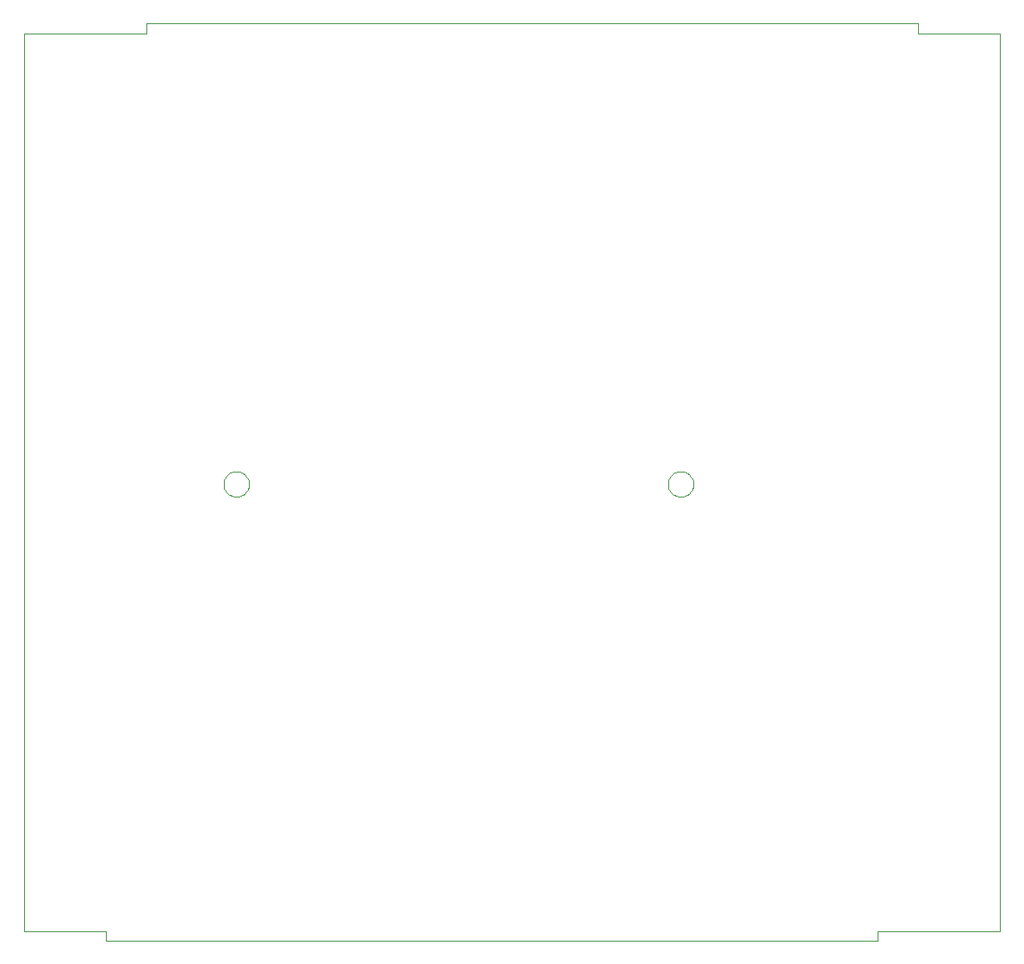
<source format=gbr>
G75*
G70*
%OFA0B0*%
%FSLAX24Y24*%
%IPPOS*%
%LPD*%
%AMOC8*
5,1,8,0,0,1.08239X$1,22.5*
%
%ADD10C,0.0000*%
D10*
X006340Y001180D02*
X009489Y001180D01*
X009489Y000786D01*
X039365Y000786D01*
X039365Y001180D01*
X044090Y001180D01*
X044090Y035942D01*
X040940Y035942D01*
X040940Y036336D01*
X011064Y036336D01*
X011064Y035942D01*
X006340Y035942D01*
X006340Y001180D01*
X014048Y018486D02*
X014050Y018530D01*
X014056Y018574D01*
X014066Y018617D01*
X014079Y018659D01*
X014097Y018699D01*
X014118Y018738D01*
X014142Y018775D01*
X014169Y018810D01*
X014200Y018842D01*
X014233Y018871D01*
X014269Y018897D01*
X014307Y018919D01*
X014347Y018938D01*
X014388Y018954D01*
X014431Y018966D01*
X014474Y018974D01*
X014518Y018978D01*
X014562Y018978D01*
X014606Y018974D01*
X014649Y018966D01*
X014692Y018954D01*
X014733Y018938D01*
X014773Y018919D01*
X014811Y018897D01*
X014847Y018871D01*
X014880Y018842D01*
X014911Y018810D01*
X014938Y018775D01*
X014962Y018738D01*
X014983Y018699D01*
X015001Y018659D01*
X015014Y018617D01*
X015024Y018574D01*
X015030Y018530D01*
X015032Y018486D01*
X015030Y018442D01*
X015024Y018398D01*
X015014Y018355D01*
X015001Y018313D01*
X014983Y018273D01*
X014962Y018234D01*
X014938Y018197D01*
X014911Y018162D01*
X014880Y018130D01*
X014847Y018101D01*
X014811Y018075D01*
X014773Y018053D01*
X014733Y018034D01*
X014692Y018018D01*
X014649Y018006D01*
X014606Y017998D01*
X014562Y017994D01*
X014518Y017994D01*
X014474Y017998D01*
X014431Y018006D01*
X014388Y018018D01*
X014347Y018034D01*
X014307Y018053D01*
X014269Y018075D01*
X014233Y018101D01*
X014200Y018130D01*
X014169Y018162D01*
X014142Y018197D01*
X014118Y018234D01*
X014097Y018273D01*
X014079Y018313D01*
X014066Y018355D01*
X014056Y018398D01*
X014050Y018442D01*
X014048Y018486D01*
X031248Y018486D02*
X031250Y018530D01*
X031256Y018574D01*
X031266Y018617D01*
X031279Y018659D01*
X031297Y018699D01*
X031318Y018738D01*
X031342Y018775D01*
X031369Y018810D01*
X031400Y018842D01*
X031433Y018871D01*
X031469Y018897D01*
X031507Y018919D01*
X031547Y018938D01*
X031588Y018954D01*
X031631Y018966D01*
X031674Y018974D01*
X031718Y018978D01*
X031762Y018978D01*
X031806Y018974D01*
X031849Y018966D01*
X031892Y018954D01*
X031933Y018938D01*
X031973Y018919D01*
X032011Y018897D01*
X032047Y018871D01*
X032080Y018842D01*
X032111Y018810D01*
X032138Y018775D01*
X032162Y018738D01*
X032183Y018699D01*
X032201Y018659D01*
X032214Y018617D01*
X032224Y018574D01*
X032230Y018530D01*
X032232Y018486D01*
X032230Y018442D01*
X032224Y018398D01*
X032214Y018355D01*
X032201Y018313D01*
X032183Y018273D01*
X032162Y018234D01*
X032138Y018197D01*
X032111Y018162D01*
X032080Y018130D01*
X032047Y018101D01*
X032011Y018075D01*
X031973Y018053D01*
X031933Y018034D01*
X031892Y018018D01*
X031849Y018006D01*
X031806Y017998D01*
X031762Y017994D01*
X031718Y017994D01*
X031674Y017998D01*
X031631Y018006D01*
X031588Y018018D01*
X031547Y018034D01*
X031507Y018053D01*
X031469Y018075D01*
X031433Y018101D01*
X031400Y018130D01*
X031369Y018162D01*
X031342Y018197D01*
X031318Y018234D01*
X031297Y018273D01*
X031279Y018313D01*
X031266Y018355D01*
X031256Y018398D01*
X031250Y018442D01*
X031248Y018486D01*
M02*

</source>
